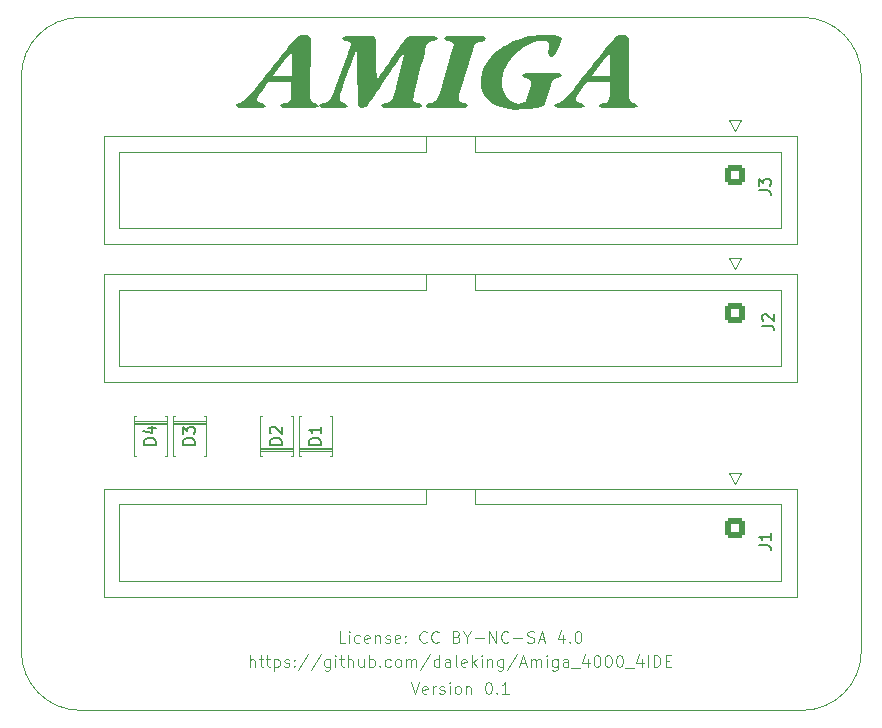
<source format=gbr>
G04 #@! TF.GenerationSoftware,KiCad,Pcbnew,8.0.4*
G04 #@! TF.CreationDate,2024-09-01T00:03:10+10:00*
G04 #@! TF.ProjectId,Amiga_4000_4IDE,416d6967-615f-4343-9030-305f34494445,rev?*
G04 #@! TF.SameCoordinates,Original*
G04 #@! TF.FileFunction,Legend,Top*
G04 #@! TF.FilePolarity,Positive*
%FSLAX46Y46*%
G04 Gerber Fmt 4.6, Leading zero omitted, Abs format (unit mm)*
G04 Created by KiCad (PCBNEW 8.0.4) date 2024-09-01 00:03:10*
%MOMM*%
%LPD*%
G01*
G04 APERTURE LIST*
G04 Aperture macros list*
%AMRoundRect*
0 Rectangle with rounded corners*
0 $1 Rounding radius*
0 $2 $3 $4 $5 $6 $7 $8 $9 X,Y pos of 4 corners*
0 Add a 4 corners polygon primitive as box body*
4,1,4,$2,$3,$4,$5,$6,$7,$8,$9,$2,$3,0*
0 Add four circle primitives for the rounded corners*
1,1,$1+$1,$2,$3*
1,1,$1+$1,$4,$5*
1,1,$1+$1,$6,$7*
1,1,$1+$1,$8,$9*
0 Add four rect primitives between the rounded corners*
20,1,$1+$1,$2,$3,$4,$5,0*
20,1,$1+$1,$4,$5,$6,$7,0*
20,1,$1+$1,$6,$7,$8,$9,0*
20,1,$1+$1,$8,$9,$2,$3,0*%
G04 Aperture macros list end*
%ADD10C,0.100000*%
%ADD11C,1.400000*%
%ADD12C,0.150000*%
%ADD13C,0.120000*%
%ADD14C,3.200000*%
%ADD15R,2.000000X2.000000*%
%ADD16O,2.000000X2.000000*%
%ADD17RoundRect,0.250000X-0.600000X0.600000X-0.600000X-0.600000X0.600000X-0.600000X0.600000X0.600000X0*%
%ADD18C,1.700000*%
G04 #@! TA.AperFunction,Profile*
%ADD19C,0.050000*%
G04 #@! TD*
G04 APERTURE END LIST*
D10*
X120135312Y-106806419D02*
X119659122Y-106806419D01*
X119659122Y-106806419D02*
X119659122Y-105806419D01*
X120468646Y-106806419D02*
X120468646Y-106139752D01*
X120468646Y-105806419D02*
X120421027Y-105854038D01*
X120421027Y-105854038D02*
X120468646Y-105901657D01*
X120468646Y-105901657D02*
X120516265Y-105854038D01*
X120516265Y-105854038D02*
X120468646Y-105806419D01*
X120468646Y-105806419D02*
X120468646Y-105901657D01*
X121373407Y-106758800D02*
X121278169Y-106806419D01*
X121278169Y-106806419D02*
X121087693Y-106806419D01*
X121087693Y-106806419D02*
X120992455Y-106758800D01*
X120992455Y-106758800D02*
X120944836Y-106711180D01*
X120944836Y-106711180D02*
X120897217Y-106615942D01*
X120897217Y-106615942D02*
X120897217Y-106330228D01*
X120897217Y-106330228D02*
X120944836Y-106234990D01*
X120944836Y-106234990D02*
X120992455Y-106187371D01*
X120992455Y-106187371D02*
X121087693Y-106139752D01*
X121087693Y-106139752D02*
X121278169Y-106139752D01*
X121278169Y-106139752D02*
X121373407Y-106187371D01*
X122182931Y-106758800D02*
X122087693Y-106806419D01*
X122087693Y-106806419D02*
X121897217Y-106806419D01*
X121897217Y-106806419D02*
X121801979Y-106758800D01*
X121801979Y-106758800D02*
X121754360Y-106663561D01*
X121754360Y-106663561D02*
X121754360Y-106282609D01*
X121754360Y-106282609D02*
X121801979Y-106187371D01*
X121801979Y-106187371D02*
X121897217Y-106139752D01*
X121897217Y-106139752D02*
X122087693Y-106139752D01*
X122087693Y-106139752D02*
X122182931Y-106187371D01*
X122182931Y-106187371D02*
X122230550Y-106282609D01*
X122230550Y-106282609D02*
X122230550Y-106377847D01*
X122230550Y-106377847D02*
X121754360Y-106473085D01*
X122659122Y-106139752D02*
X122659122Y-106806419D01*
X122659122Y-106234990D02*
X122706741Y-106187371D01*
X122706741Y-106187371D02*
X122801979Y-106139752D01*
X122801979Y-106139752D02*
X122944836Y-106139752D01*
X122944836Y-106139752D02*
X123040074Y-106187371D01*
X123040074Y-106187371D02*
X123087693Y-106282609D01*
X123087693Y-106282609D02*
X123087693Y-106806419D01*
X123516265Y-106758800D02*
X123611503Y-106806419D01*
X123611503Y-106806419D02*
X123801979Y-106806419D01*
X123801979Y-106806419D02*
X123897217Y-106758800D01*
X123897217Y-106758800D02*
X123944836Y-106663561D01*
X123944836Y-106663561D02*
X123944836Y-106615942D01*
X123944836Y-106615942D02*
X123897217Y-106520704D01*
X123897217Y-106520704D02*
X123801979Y-106473085D01*
X123801979Y-106473085D02*
X123659122Y-106473085D01*
X123659122Y-106473085D02*
X123563884Y-106425466D01*
X123563884Y-106425466D02*
X123516265Y-106330228D01*
X123516265Y-106330228D02*
X123516265Y-106282609D01*
X123516265Y-106282609D02*
X123563884Y-106187371D01*
X123563884Y-106187371D02*
X123659122Y-106139752D01*
X123659122Y-106139752D02*
X123801979Y-106139752D01*
X123801979Y-106139752D02*
X123897217Y-106187371D01*
X124754360Y-106758800D02*
X124659122Y-106806419D01*
X124659122Y-106806419D02*
X124468646Y-106806419D01*
X124468646Y-106806419D02*
X124373408Y-106758800D01*
X124373408Y-106758800D02*
X124325789Y-106663561D01*
X124325789Y-106663561D02*
X124325789Y-106282609D01*
X124325789Y-106282609D02*
X124373408Y-106187371D01*
X124373408Y-106187371D02*
X124468646Y-106139752D01*
X124468646Y-106139752D02*
X124659122Y-106139752D01*
X124659122Y-106139752D02*
X124754360Y-106187371D01*
X124754360Y-106187371D02*
X124801979Y-106282609D01*
X124801979Y-106282609D02*
X124801979Y-106377847D01*
X124801979Y-106377847D02*
X124325789Y-106473085D01*
X125230551Y-106711180D02*
X125278170Y-106758800D01*
X125278170Y-106758800D02*
X125230551Y-106806419D01*
X125230551Y-106806419D02*
X125182932Y-106758800D01*
X125182932Y-106758800D02*
X125230551Y-106711180D01*
X125230551Y-106711180D02*
X125230551Y-106806419D01*
X125230551Y-106187371D02*
X125278170Y-106234990D01*
X125278170Y-106234990D02*
X125230551Y-106282609D01*
X125230551Y-106282609D02*
X125182932Y-106234990D01*
X125182932Y-106234990D02*
X125230551Y-106187371D01*
X125230551Y-106187371D02*
X125230551Y-106282609D01*
X127040074Y-106711180D02*
X126992455Y-106758800D01*
X126992455Y-106758800D02*
X126849598Y-106806419D01*
X126849598Y-106806419D02*
X126754360Y-106806419D01*
X126754360Y-106806419D02*
X126611503Y-106758800D01*
X126611503Y-106758800D02*
X126516265Y-106663561D01*
X126516265Y-106663561D02*
X126468646Y-106568323D01*
X126468646Y-106568323D02*
X126421027Y-106377847D01*
X126421027Y-106377847D02*
X126421027Y-106234990D01*
X126421027Y-106234990D02*
X126468646Y-106044514D01*
X126468646Y-106044514D02*
X126516265Y-105949276D01*
X126516265Y-105949276D02*
X126611503Y-105854038D01*
X126611503Y-105854038D02*
X126754360Y-105806419D01*
X126754360Y-105806419D02*
X126849598Y-105806419D01*
X126849598Y-105806419D02*
X126992455Y-105854038D01*
X126992455Y-105854038D02*
X127040074Y-105901657D01*
X128040074Y-106711180D02*
X127992455Y-106758800D01*
X127992455Y-106758800D02*
X127849598Y-106806419D01*
X127849598Y-106806419D02*
X127754360Y-106806419D01*
X127754360Y-106806419D02*
X127611503Y-106758800D01*
X127611503Y-106758800D02*
X127516265Y-106663561D01*
X127516265Y-106663561D02*
X127468646Y-106568323D01*
X127468646Y-106568323D02*
X127421027Y-106377847D01*
X127421027Y-106377847D02*
X127421027Y-106234990D01*
X127421027Y-106234990D02*
X127468646Y-106044514D01*
X127468646Y-106044514D02*
X127516265Y-105949276D01*
X127516265Y-105949276D02*
X127611503Y-105854038D01*
X127611503Y-105854038D02*
X127754360Y-105806419D01*
X127754360Y-105806419D02*
X127849598Y-105806419D01*
X127849598Y-105806419D02*
X127992455Y-105854038D01*
X127992455Y-105854038D02*
X128040074Y-105901657D01*
X129563884Y-106282609D02*
X129706741Y-106330228D01*
X129706741Y-106330228D02*
X129754360Y-106377847D01*
X129754360Y-106377847D02*
X129801979Y-106473085D01*
X129801979Y-106473085D02*
X129801979Y-106615942D01*
X129801979Y-106615942D02*
X129754360Y-106711180D01*
X129754360Y-106711180D02*
X129706741Y-106758800D01*
X129706741Y-106758800D02*
X129611503Y-106806419D01*
X129611503Y-106806419D02*
X129230551Y-106806419D01*
X129230551Y-106806419D02*
X129230551Y-105806419D01*
X129230551Y-105806419D02*
X129563884Y-105806419D01*
X129563884Y-105806419D02*
X129659122Y-105854038D01*
X129659122Y-105854038D02*
X129706741Y-105901657D01*
X129706741Y-105901657D02*
X129754360Y-105996895D01*
X129754360Y-105996895D02*
X129754360Y-106092133D01*
X129754360Y-106092133D02*
X129706741Y-106187371D01*
X129706741Y-106187371D02*
X129659122Y-106234990D01*
X129659122Y-106234990D02*
X129563884Y-106282609D01*
X129563884Y-106282609D02*
X129230551Y-106282609D01*
X130421027Y-106330228D02*
X130421027Y-106806419D01*
X130087694Y-105806419D02*
X130421027Y-106330228D01*
X130421027Y-106330228D02*
X130754360Y-105806419D01*
X131087694Y-106425466D02*
X131849599Y-106425466D01*
X132325789Y-106806419D02*
X132325789Y-105806419D01*
X132325789Y-105806419D02*
X132897217Y-106806419D01*
X132897217Y-106806419D02*
X132897217Y-105806419D01*
X133944836Y-106711180D02*
X133897217Y-106758800D01*
X133897217Y-106758800D02*
X133754360Y-106806419D01*
X133754360Y-106806419D02*
X133659122Y-106806419D01*
X133659122Y-106806419D02*
X133516265Y-106758800D01*
X133516265Y-106758800D02*
X133421027Y-106663561D01*
X133421027Y-106663561D02*
X133373408Y-106568323D01*
X133373408Y-106568323D02*
X133325789Y-106377847D01*
X133325789Y-106377847D02*
X133325789Y-106234990D01*
X133325789Y-106234990D02*
X133373408Y-106044514D01*
X133373408Y-106044514D02*
X133421027Y-105949276D01*
X133421027Y-105949276D02*
X133516265Y-105854038D01*
X133516265Y-105854038D02*
X133659122Y-105806419D01*
X133659122Y-105806419D02*
X133754360Y-105806419D01*
X133754360Y-105806419D02*
X133897217Y-105854038D01*
X133897217Y-105854038D02*
X133944836Y-105901657D01*
X134373408Y-106425466D02*
X135135313Y-106425466D01*
X135563884Y-106758800D02*
X135706741Y-106806419D01*
X135706741Y-106806419D02*
X135944836Y-106806419D01*
X135944836Y-106806419D02*
X136040074Y-106758800D01*
X136040074Y-106758800D02*
X136087693Y-106711180D01*
X136087693Y-106711180D02*
X136135312Y-106615942D01*
X136135312Y-106615942D02*
X136135312Y-106520704D01*
X136135312Y-106520704D02*
X136087693Y-106425466D01*
X136087693Y-106425466D02*
X136040074Y-106377847D01*
X136040074Y-106377847D02*
X135944836Y-106330228D01*
X135944836Y-106330228D02*
X135754360Y-106282609D01*
X135754360Y-106282609D02*
X135659122Y-106234990D01*
X135659122Y-106234990D02*
X135611503Y-106187371D01*
X135611503Y-106187371D02*
X135563884Y-106092133D01*
X135563884Y-106092133D02*
X135563884Y-105996895D01*
X135563884Y-105996895D02*
X135611503Y-105901657D01*
X135611503Y-105901657D02*
X135659122Y-105854038D01*
X135659122Y-105854038D02*
X135754360Y-105806419D01*
X135754360Y-105806419D02*
X135992455Y-105806419D01*
X135992455Y-105806419D02*
X136135312Y-105854038D01*
X136516265Y-106520704D02*
X136992455Y-106520704D01*
X136421027Y-106806419D02*
X136754360Y-105806419D01*
X136754360Y-105806419D02*
X137087693Y-106806419D01*
X138611503Y-106139752D02*
X138611503Y-106806419D01*
X138373408Y-105758800D02*
X138135313Y-106473085D01*
X138135313Y-106473085D02*
X138754360Y-106473085D01*
X139135313Y-106711180D02*
X139182932Y-106758800D01*
X139182932Y-106758800D02*
X139135313Y-106806419D01*
X139135313Y-106806419D02*
X139087694Y-106758800D01*
X139087694Y-106758800D02*
X139135313Y-106711180D01*
X139135313Y-106711180D02*
X139135313Y-106806419D01*
X139801979Y-105806419D02*
X139897217Y-105806419D01*
X139897217Y-105806419D02*
X139992455Y-105854038D01*
X139992455Y-105854038D02*
X140040074Y-105901657D01*
X140040074Y-105901657D02*
X140087693Y-105996895D01*
X140087693Y-105996895D02*
X140135312Y-106187371D01*
X140135312Y-106187371D02*
X140135312Y-106425466D01*
X140135312Y-106425466D02*
X140087693Y-106615942D01*
X140087693Y-106615942D02*
X140040074Y-106711180D01*
X140040074Y-106711180D02*
X139992455Y-106758800D01*
X139992455Y-106758800D02*
X139897217Y-106806419D01*
X139897217Y-106806419D02*
X139801979Y-106806419D01*
X139801979Y-106806419D02*
X139706741Y-106758800D01*
X139706741Y-106758800D02*
X139659122Y-106711180D01*
X139659122Y-106711180D02*
X139611503Y-106615942D01*
X139611503Y-106615942D02*
X139563884Y-106425466D01*
X139563884Y-106425466D02*
X139563884Y-106187371D01*
X139563884Y-106187371D02*
X139611503Y-105996895D01*
X139611503Y-105996895D02*
X139659122Y-105901657D01*
X139659122Y-105901657D02*
X139706741Y-105854038D01*
X139706741Y-105854038D02*
X139801979Y-105806419D01*
X125682932Y-110124419D02*
X126016265Y-111124419D01*
X126016265Y-111124419D02*
X126349598Y-110124419D01*
X127063884Y-111076800D02*
X126968646Y-111124419D01*
X126968646Y-111124419D02*
X126778170Y-111124419D01*
X126778170Y-111124419D02*
X126682932Y-111076800D01*
X126682932Y-111076800D02*
X126635313Y-110981561D01*
X126635313Y-110981561D02*
X126635313Y-110600609D01*
X126635313Y-110600609D02*
X126682932Y-110505371D01*
X126682932Y-110505371D02*
X126778170Y-110457752D01*
X126778170Y-110457752D02*
X126968646Y-110457752D01*
X126968646Y-110457752D02*
X127063884Y-110505371D01*
X127063884Y-110505371D02*
X127111503Y-110600609D01*
X127111503Y-110600609D02*
X127111503Y-110695847D01*
X127111503Y-110695847D02*
X126635313Y-110791085D01*
X127540075Y-111124419D02*
X127540075Y-110457752D01*
X127540075Y-110648228D02*
X127587694Y-110552990D01*
X127587694Y-110552990D02*
X127635313Y-110505371D01*
X127635313Y-110505371D02*
X127730551Y-110457752D01*
X127730551Y-110457752D02*
X127825789Y-110457752D01*
X128111504Y-111076800D02*
X128206742Y-111124419D01*
X128206742Y-111124419D02*
X128397218Y-111124419D01*
X128397218Y-111124419D02*
X128492456Y-111076800D01*
X128492456Y-111076800D02*
X128540075Y-110981561D01*
X128540075Y-110981561D02*
X128540075Y-110933942D01*
X128540075Y-110933942D02*
X128492456Y-110838704D01*
X128492456Y-110838704D02*
X128397218Y-110791085D01*
X128397218Y-110791085D02*
X128254361Y-110791085D01*
X128254361Y-110791085D02*
X128159123Y-110743466D01*
X128159123Y-110743466D02*
X128111504Y-110648228D01*
X128111504Y-110648228D02*
X128111504Y-110600609D01*
X128111504Y-110600609D02*
X128159123Y-110505371D01*
X128159123Y-110505371D02*
X128254361Y-110457752D01*
X128254361Y-110457752D02*
X128397218Y-110457752D01*
X128397218Y-110457752D02*
X128492456Y-110505371D01*
X128968647Y-111124419D02*
X128968647Y-110457752D01*
X128968647Y-110124419D02*
X128921028Y-110172038D01*
X128921028Y-110172038D02*
X128968647Y-110219657D01*
X128968647Y-110219657D02*
X129016266Y-110172038D01*
X129016266Y-110172038D02*
X128968647Y-110124419D01*
X128968647Y-110124419D02*
X128968647Y-110219657D01*
X129587694Y-111124419D02*
X129492456Y-111076800D01*
X129492456Y-111076800D02*
X129444837Y-111029180D01*
X129444837Y-111029180D02*
X129397218Y-110933942D01*
X129397218Y-110933942D02*
X129397218Y-110648228D01*
X129397218Y-110648228D02*
X129444837Y-110552990D01*
X129444837Y-110552990D02*
X129492456Y-110505371D01*
X129492456Y-110505371D02*
X129587694Y-110457752D01*
X129587694Y-110457752D02*
X129730551Y-110457752D01*
X129730551Y-110457752D02*
X129825789Y-110505371D01*
X129825789Y-110505371D02*
X129873408Y-110552990D01*
X129873408Y-110552990D02*
X129921027Y-110648228D01*
X129921027Y-110648228D02*
X129921027Y-110933942D01*
X129921027Y-110933942D02*
X129873408Y-111029180D01*
X129873408Y-111029180D02*
X129825789Y-111076800D01*
X129825789Y-111076800D02*
X129730551Y-111124419D01*
X129730551Y-111124419D02*
X129587694Y-111124419D01*
X130349599Y-110457752D02*
X130349599Y-111124419D01*
X130349599Y-110552990D02*
X130397218Y-110505371D01*
X130397218Y-110505371D02*
X130492456Y-110457752D01*
X130492456Y-110457752D02*
X130635313Y-110457752D01*
X130635313Y-110457752D02*
X130730551Y-110505371D01*
X130730551Y-110505371D02*
X130778170Y-110600609D01*
X130778170Y-110600609D02*
X130778170Y-111124419D01*
X132206742Y-110124419D02*
X132301980Y-110124419D01*
X132301980Y-110124419D02*
X132397218Y-110172038D01*
X132397218Y-110172038D02*
X132444837Y-110219657D01*
X132444837Y-110219657D02*
X132492456Y-110314895D01*
X132492456Y-110314895D02*
X132540075Y-110505371D01*
X132540075Y-110505371D02*
X132540075Y-110743466D01*
X132540075Y-110743466D02*
X132492456Y-110933942D01*
X132492456Y-110933942D02*
X132444837Y-111029180D01*
X132444837Y-111029180D02*
X132397218Y-111076800D01*
X132397218Y-111076800D02*
X132301980Y-111124419D01*
X132301980Y-111124419D02*
X132206742Y-111124419D01*
X132206742Y-111124419D02*
X132111504Y-111076800D01*
X132111504Y-111076800D02*
X132063885Y-111029180D01*
X132063885Y-111029180D02*
X132016266Y-110933942D01*
X132016266Y-110933942D02*
X131968647Y-110743466D01*
X131968647Y-110743466D02*
X131968647Y-110505371D01*
X131968647Y-110505371D02*
X132016266Y-110314895D01*
X132016266Y-110314895D02*
X132063885Y-110219657D01*
X132063885Y-110219657D02*
X132111504Y-110172038D01*
X132111504Y-110172038D02*
X132206742Y-110124419D01*
X132968647Y-111029180D02*
X133016266Y-111076800D01*
X133016266Y-111076800D02*
X132968647Y-111124419D01*
X132968647Y-111124419D02*
X132921028Y-111076800D01*
X132921028Y-111076800D02*
X132968647Y-111029180D01*
X132968647Y-111029180D02*
X132968647Y-111124419D01*
X133968646Y-111124419D02*
X133397218Y-111124419D01*
X133682932Y-111124419D02*
X133682932Y-110124419D01*
X133682932Y-110124419D02*
X133587694Y-110267276D01*
X133587694Y-110267276D02*
X133492456Y-110362514D01*
X133492456Y-110362514D02*
X133397218Y-110410133D01*
D11*
G36*
X116957654Y-55321981D02*
G01*
X117209558Y-55574309D01*
X117212694Y-55847725D01*
X117212102Y-56219542D01*
X117208653Y-56667708D01*
X117203217Y-57170170D01*
X117198920Y-57524419D01*
X117194385Y-57886464D01*
X117189870Y-58249772D01*
X117185633Y-58607807D01*
X117181932Y-58954037D01*
X117177949Y-59436952D01*
X117176623Y-59856550D01*
X117180494Y-60279403D01*
X117182999Y-60522141D01*
X117240764Y-60899283D01*
X117532692Y-61077833D01*
X117643392Y-61098977D01*
X117924213Y-61313772D01*
X117860642Y-61471888D01*
X117522434Y-61548001D01*
X117319598Y-61543388D01*
X116962721Y-61529194D01*
X116595108Y-61516264D01*
X116219642Y-61510387D01*
X116037863Y-61511317D01*
X115675786Y-61519111D01*
X115317969Y-61534421D01*
X114954464Y-61548001D01*
X114874034Y-61546648D01*
X114592008Y-61342837D01*
X114720521Y-61149056D01*
X115072434Y-61098349D01*
X115289886Y-61063835D01*
X115528547Y-60798304D01*
X115571666Y-60428147D01*
X115576211Y-60096356D01*
X115574052Y-59726095D01*
X115571666Y-59359585D01*
X113701254Y-59359585D01*
X113543962Y-59429682D01*
X113331845Y-59712604D01*
X113131619Y-59995435D01*
X112926760Y-60289661D01*
X112822143Y-60452214D01*
X112701080Y-60788894D01*
X112785019Y-60983880D01*
X113121666Y-61098349D01*
X113186675Y-61109957D01*
X113446509Y-61332578D01*
X113397518Y-61464287D01*
X113053278Y-61548001D01*
X112740463Y-61539277D01*
X112394497Y-61520665D01*
X112044555Y-61510387D01*
X111872842Y-61513858D01*
X111505242Y-61534421D01*
X111162350Y-61548001D01*
X110868281Y-61342837D01*
X110922001Y-61210690D01*
X111240996Y-61077833D01*
X111498226Y-60965474D01*
X111771268Y-60737191D01*
X112023751Y-60453295D01*
X112270235Y-60149466D01*
X112490693Y-59874636D01*
X112711067Y-59599514D01*
X112931517Y-59323965D01*
X113152200Y-59047858D01*
X113310151Y-58850094D01*
X113964548Y-58850094D01*
X115592182Y-58850094D01*
X115610989Y-56803583D01*
X115592182Y-56793325D01*
X115491181Y-56922944D01*
X115238438Y-57245407D01*
X114985226Y-57566266D01*
X114731387Y-57886343D01*
X114476765Y-58206458D01*
X114221204Y-58527435D01*
X113964548Y-58850094D01*
X113310151Y-58850094D01*
X113373274Y-58771060D01*
X113594896Y-58493438D01*
X113817224Y-58214859D01*
X114040416Y-57935191D01*
X114264630Y-57654300D01*
X114490024Y-57372055D01*
X114716755Y-57088322D01*
X114944981Y-56802969D01*
X115174860Y-56515862D01*
X115406550Y-56226870D01*
X115640208Y-55935859D01*
X115875993Y-55642697D01*
X116103126Y-55439685D01*
X116433710Y-55331808D01*
X116787263Y-55311015D01*
X116957654Y-55321981D01*
G37*
G36*
X119845916Y-55656375D02*
G01*
X120122510Y-55860186D01*
X120179307Y-55861539D01*
X120521160Y-55947933D01*
X120599893Y-56126542D01*
X120512372Y-56462060D01*
X120492182Y-56516354D01*
X120370483Y-56854400D01*
X120247804Y-57192489D01*
X120124245Y-57530663D01*
X119999909Y-57868963D01*
X119874897Y-58207433D01*
X119749309Y-58546113D01*
X119623249Y-58885048D01*
X119496816Y-59224278D01*
X119370113Y-59563846D01*
X119243242Y-59903795D01*
X119158616Y-60130659D01*
X119028283Y-60478230D01*
X118868482Y-60804938D01*
X118587058Y-61047832D01*
X118315734Y-61108608D01*
X117975573Y-61204923D01*
X117913955Y-61363353D01*
X118209881Y-61547154D01*
X118247346Y-61548001D01*
X118601682Y-61529194D01*
X118954387Y-61512003D01*
X119081680Y-61510387D01*
X119432623Y-61519111D01*
X119796013Y-61539277D01*
X120001498Y-61548001D01*
X120327542Y-61433670D01*
X120355406Y-61324030D01*
X120077083Y-61115971D01*
X120011757Y-61108608D01*
X119712342Y-60941189D01*
X119668107Y-60727345D01*
X119724363Y-60351190D01*
X119824816Y-59983728D01*
X119941739Y-59624841D01*
X120022015Y-59398908D01*
X120150757Y-59051231D01*
X120280340Y-58704396D01*
X120410484Y-58358281D01*
X120540909Y-58012768D01*
X120671334Y-57667736D01*
X120801478Y-57323065D01*
X120931061Y-56978634D01*
X121059803Y-56634323D01*
X121080319Y-56634323D01*
X121093641Y-56989378D01*
X121103143Y-57342179D01*
X121116026Y-57696482D01*
X121119642Y-57767854D01*
X121130542Y-58168495D01*
X121141441Y-58567753D01*
X121152340Y-58965689D01*
X121163240Y-59362363D01*
X121174139Y-59757834D01*
X121185038Y-60152164D01*
X121195938Y-60545412D01*
X121206837Y-60937638D01*
X121229135Y-61297288D01*
X121491354Y-61543290D01*
X121579551Y-61548001D01*
X121912980Y-61450508D01*
X122080494Y-61243674D01*
X122273572Y-60955579D01*
X122466826Y-60667659D01*
X122660230Y-60379889D01*
X122853759Y-60092244D01*
X123047388Y-59804700D01*
X123241093Y-59517231D01*
X123434847Y-59229812D01*
X123628627Y-58942418D01*
X123822406Y-58655024D01*
X124016161Y-58367605D01*
X124209866Y-58080135D01*
X124403495Y-57792591D01*
X124597024Y-57504947D01*
X124790428Y-57217177D01*
X124983682Y-56929257D01*
X125176760Y-56641162D01*
X125205825Y-56649710D01*
X125117787Y-56997313D01*
X125029675Y-57345674D01*
X124941507Y-57694649D01*
X124853300Y-58044094D01*
X124765070Y-58393866D01*
X124676834Y-58743822D01*
X124588610Y-59093817D01*
X124500414Y-59443707D01*
X124412262Y-59793350D01*
X124324173Y-60142601D01*
X124265490Y-60375146D01*
X124163075Y-60704361D01*
X123956392Y-60980871D01*
X123585177Y-61093364D01*
X123480738Y-61098349D01*
X123165514Y-61251952D01*
X123147346Y-61342837D01*
X123443202Y-61543436D01*
X123608965Y-61548001D01*
X123970839Y-61534421D01*
X124330048Y-61519111D01*
X124691636Y-61510810D01*
X124785239Y-61510387D01*
X125147558Y-61513858D01*
X125531439Y-61523966D01*
X125904895Y-61537722D01*
X126248692Y-61547893D01*
X126274387Y-61548001D01*
X126608808Y-61468554D01*
X126676167Y-61303513D01*
X126391808Y-61111676D01*
X126294904Y-61108608D01*
X125956479Y-61006889D01*
X125882866Y-60835056D01*
X125939847Y-60497497D01*
X125970061Y-60364888D01*
X126060865Y-60010508D01*
X126150666Y-59656178D01*
X126239634Y-59301950D01*
X126327936Y-58947874D01*
X126415742Y-58594001D01*
X126503222Y-58240381D01*
X126590544Y-57887066D01*
X126677877Y-57534106D01*
X126765390Y-57181551D01*
X126853253Y-56829453D01*
X126912106Y-56595000D01*
X127010170Y-56262091D01*
X127210804Y-55960765D01*
X127558263Y-55873930D01*
X127597695Y-55871797D01*
X127915527Y-55742424D01*
X127949893Y-55627310D01*
X127658153Y-55423715D01*
X127568630Y-55420436D01*
X127209704Y-55430173D01*
X126842713Y-55444073D01*
X126489810Y-55451211D01*
X126125973Y-55444073D01*
X125763721Y-55425244D01*
X125578540Y-55420436D01*
X125265050Y-55571821D01*
X125087856Y-55832474D01*
X124875546Y-56138032D01*
X124662797Y-56443991D01*
X124449709Y-56750299D01*
X124236385Y-57056906D01*
X124022926Y-57363761D01*
X123809433Y-57670813D01*
X123596007Y-57978011D01*
X123382751Y-58285305D01*
X123169765Y-58592645D01*
X122957151Y-58899978D01*
X122815665Y-59104839D01*
X122795148Y-59104839D01*
X122784245Y-58698375D01*
X122773323Y-58292011D01*
X122762360Y-57885847D01*
X122751337Y-57479983D01*
X122740234Y-57074521D01*
X122729031Y-56669559D01*
X122717707Y-56265198D01*
X122706244Y-55861539D01*
X122688292Y-55516607D01*
X122501080Y-55420436D01*
X122125681Y-55431546D01*
X121744606Y-55445277D01*
X121364129Y-55451211D01*
X121019438Y-55446402D01*
X120663575Y-55432953D01*
X120300876Y-55420524D01*
X120276760Y-55420436D01*
X119933816Y-55484218D01*
X119845916Y-55646116D01*
X119845916Y-55656375D01*
G37*
G36*
X129741659Y-60766668D02*
G01*
X129807487Y-60411065D01*
X129880145Y-60151176D01*
X130917933Y-56624065D01*
X131027968Y-56283006D01*
X131213307Y-55992361D01*
X131574457Y-55892313D01*
X131926133Y-55839034D01*
X132083948Y-55627310D01*
X131810528Y-55421800D01*
X131750556Y-55420436D01*
X131381717Y-55429556D01*
X131002964Y-55445563D01*
X130653268Y-55456130D01*
X130300731Y-55459759D01*
X129935356Y-55454937D01*
X129587070Y-55441938D01*
X129227231Y-55425258D01*
X129006488Y-55420436D01*
X128660048Y-55460704D01*
X128496997Y-55666633D01*
X128767243Y-55883565D01*
X128830389Y-55882055D01*
X129185894Y-55926854D01*
X129310815Y-56126542D01*
X129243941Y-56471649D01*
X129213362Y-56576193D01*
X128134541Y-60219564D01*
X128027413Y-60565770D01*
X127869264Y-60882597D01*
X127547975Y-61051571D01*
X127478016Y-61059026D01*
X127131381Y-61096593D01*
X126900138Y-61332578D01*
X127182671Y-61542424D01*
X127283110Y-61548001D01*
X127625211Y-61539277D01*
X127987357Y-61523966D01*
X128338045Y-61512855D01*
X128565385Y-61510387D01*
X128955387Y-61513858D01*
X129339777Y-61523966D01*
X129693328Y-61537722D01*
X130045986Y-61548001D01*
X130401720Y-61494677D01*
X130526411Y-61293255D01*
X130244160Y-61088913D01*
X130193020Y-61088091D01*
X129855664Y-61004952D01*
X129741659Y-60775216D01*
X129741659Y-60766668D01*
G37*
G36*
X131600103Y-59294616D02*
G01*
X131637022Y-59683733D01*
X131734642Y-60051323D01*
X131880865Y-60379658D01*
X132100671Y-60706882D01*
X132338700Y-60954554D01*
X132639600Y-61178705D01*
X132944503Y-61339066D01*
X133284995Y-61467668D01*
X133659524Y-61563767D01*
X134066532Y-61626620D01*
X134429395Y-61653064D01*
X134657046Y-61657421D01*
X135049316Y-61644011D01*
X135433464Y-61613398D01*
X135825651Y-61569439D01*
X136197099Y-61516216D01*
X136342810Y-61491580D01*
X136703836Y-61421700D01*
X137019713Y-61270041D01*
X137069433Y-61178705D01*
X137519084Y-59597233D01*
X137635841Y-59263070D01*
X137896594Y-59034977D01*
X138049091Y-59002257D01*
X138399579Y-58928954D01*
X138529517Y-58738964D01*
X138247490Y-58535152D01*
X138167060Y-58533800D01*
X137819392Y-58546881D01*
X137470137Y-58564388D01*
X137118168Y-58577253D01*
X136794171Y-58581671D01*
X136440948Y-58572441D01*
X136081919Y-58553271D01*
X135725070Y-58536941D01*
X135530703Y-58533800D01*
X135187509Y-58611628D01*
X135079342Y-58807352D01*
X135363962Y-59005109D01*
X135470863Y-59012516D01*
X135799151Y-59110359D01*
X135882901Y-59313423D01*
X135824771Y-59636556D01*
X135549510Y-60582020D01*
X135425126Y-60909769D01*
X135344346Y-61012864D01*
X135018747Y-61138510D01*
X134874178Y-61147931D01*
X134505914Y-61099084D01*
X134177659Y-60951499D01*
X133895360Y-60703611D01*
X133844939Y-60641860D01*
X133656203Y-60352738D01*
X133514886Y-60010188D01*
X133435136Y-59635434D01*
X133422643Y-59421134D01*
X133445373Y-59047140D01*
X133510559Y-58686951D01*
X133613692Y-58342670D01*
X133750264Y-58016402D01*
X133915768Y-57710248D01*
X134156464Y-57359050D01*
X134426518Y-57046677D01*
X134540787Y-56933520D01*
X134826367Y-56672290D01*
X135127374Y-56445241D01*
X135437277Y-56252572D01*
X135749545Y-56094485D01*
X136133253Y-55945811D01*
X136497693Y-55851876D01*
X136891624Y-55811957D01*
X137245807Y-55873029D01*
X137382308Y-56123123D01*
X137353243Y-56477672D01*
X137324345Y-56829204D01*
X137324178Y-56846326D01*
X137450040Y-57167160D01*
X137618247Y-57215621D01*
X137913413Y-57031797D01*
X138009768Y-56825809D01*
X138148344Y-56490835D01*
X138281959Y-56149428D01*
X138372224Y-55899152D01*
X138450870Y-55635858D01*
X138188583Y-55413921D01*
X138175609Y-55410178D01*
X137830184Y-55339041D01*
X137486009Y-55315043D01*
X137146369Y-55311015D01*
X136782798Y-55320736D01*
X136420210Y-55349468D01*
X136060219Y-55396571D01*
X135704441Y-55461402D01*
X135354490Y-55543318D01*
X135011979Y-55641677D01*
X134678524Y-55755836D01*
X134355738Y-55885154D01*
X134045237Y-56028987D01*
X133653135Y-56242235D01*
X133559419Y-56299222D01*
X133248365Y-56506890D01*
X132956410Y-56733669D01*
X132686066Y-56978114D01*
X132439843Y-57238779D01*
X132220250Y-57514219D01*
X132029799Y-57802988D01*
X131825534Y-58206251D01*
X131683489Y-58627216D01*
X131609616Y-59062455D01*
X131600103Y-59284358D01*
X131600103Y-59294616D01*
G37*
G36*
X143929880Y-55321981D02*
G01*
X144181785Y-55574309D01*
X144184920Y-55847725D01*
X144184328Y-56219542D01*
X144180879Y-56667708D01*
X144175443Y-57170170D01*
X144171146Y-57524419D01*
X144166611Y-57886464D01*
X144162096Y-58249772D01*
X144157859Y-58607807D01*
X144154158Y-58954037D01*
X144150175Y-59436952D01*
X144148849Y-59856550D01*
X144152720Y-60279403D01*
X144155225Y-60522141D01*
X144212990Y-60899283D01*
X144504918Y-61077833D01*
X144615618Y-61098977D01*
X144896439Y-61313772D01*
X144832868Y-61471888D01*
X144494660Y-61548001D01*
X144291824Y-61543388D01*
X143934947Y-61529194D01*
X143567334Y-61516264D01*
X143191868Y-61510387D01*
X143010089Y-61511317D01*
X142648012Y-61519111D01*
X142290195Y-61534421D01*
X141926690Y-61548001D01*
X141846260Y-61546648D01*
X141564234Y-61342837D01*
X141692747Y-61149056D01*
X142044660Y-61098349D01*
X142262112Y-61063835D01*
X142500773Y-60798304D01*
X142543892Y-60428147D01*
X142548438Y-60096356D01*
X142546278Y-59726095D01*
X142543892Y-59359585D01*
X140673480Y-59359585D01*
X140516188Y-59429682D01*
X140304072Y-59712604D01*
X140103846Y-59995435D01*
X139898986Y-60289661D01*
X139794369Y-60452214D01*
X139673306Y-60788894D01*
X139757245Y-60983880D01*
X140093892Y-61098349D01*
X140158901Y-61109957D01*
X140418735Y-61332578D01*
X140369744Y-61464287D01*
X140025504Y-61548001D01*
X139712689Y-61539277D01*
X139366724Y-61520665D01*
X139016781Y-61510387D01*
X138845068Y-61513858D01*
X138477468Y-61534421D01*
X138134576Y-61548001D01*
X137840508Y-61342837D01*
X137894227Y-61210690D01*
X138213222Y-61077833D01*
X138470452Y-60965474D01*
X138743494Y-60737191D01*
X138995977Y-60453295D01*
X139242461Y-60149466D01*
X139462919Y-59874636D01*
X139683294Y-59599514D01*
X139903743Y-59323965D01*
X140124426Y-59047858D01*
X140282377Y-58850094D01*
X140936774Y-58850094D01*
X142564408Y-58850094D01*
X142583215Y-56803583D01*
X142564408Y-56793325D01*
X142463408Y-56922944D01*
X142210664Y-57245407D01*
X141957452Y-57566266D01*
X141703613Y-57886343D01*
X141448991Y-58206458D01*
X141193430Y-58527435D01*
X140936774Y-58850094D01*
X140282377Y-58850094D01*
X140345500Y-58771060D01*
X140567122Y-58493438D01*
X140789450Y-58214859D01*
X141012642Y-57935191D01*
X141236856Y-57654300D01*
X141462250Y-57372055D01*
X141688981Y-57088322D01*
X141917207Y-56802969D01*
X142147086Y-56515862D01*
X142378776Y-56226870D01*
X142612434Y-55935859D01*
X142848219Y-55642697D01*
X143075352Y-55439685D01*
X143405936Y-55331808D01*
X143759489Y-55311015D01*
X143929880Y-55321981D01*
G37*
D10*
X112063884Y-108838419D02*
X112063884Y-107838419D01*
X112492455Y-108838419D02*
X112492455Y-108314609D01*
X112492455Y-108314609D02*
X112444836Y-108219371D01*
X112444836Y-108219371D02*
X112349598Y-108171752D01*
X112349598Y-108171752D02*
X112206741Y-108171752D01*
X112206741Y-108171752D02*
X112111503Y-108219371D01*
X112111503Y-108219371D02*
X112063884Y-108266990D01*
X112825789Y-108171752D02*
X113206741Y-108171752D01*
X112968646Y-107838419D02*
X112968646Y-108695561D01*
X112968646Y-108695561D02*
X113016265Y-108790800D01*
X113016265Y-108790800D02*
X113111503Y-108838419D01*
X113111503Y-108838419D02*
X113206741Y-108838419D01*
X113397218Y-108171752D02*
X113778170Y-108171752D01*
X113540075Y-107838419D02*
X113540075Y-108695561D01*
X113540075Y-108695561D02*
X113587694Y-108790800D01*
X113587694Y-108790800D02*
X113682932Y-108838419D01*
X113682932Y-108838419D02*
X113778170Y-108838419D01*
X114111504Y-108171752D02*
X114111504Y-109171752D01*
X114111504Y-108219371D02*
X114206742Y-108171752D01*
X114206742Y-108171752D02*
X114397218Y-108171752D01*
X114397218Y-108171752D02*
X114492456Y-108219371D01*
X114492456Y-108219371D02*
X114540075Y-108266990D01*
X114540075Y-108266990D02*
X114587694Y-108362228D01*
X114587694Y-108362228D02*
X114587694Y-108647942D01*
X114587694Y-108647942D02*
X114540075Y-108743180D01*
X114540075Y-108743180D02*
X114492456Y-108790800D01*
X114492456Y-108790800D02*
X114397218Y-108838419D01*
X114397218Y-108838419D02*
X114206742Y-108838419D01*
X114206742Y-108838419D02*
X114111504Y-108790800D01*
X114968647Y-108790800D02*
X115063885Y-108838419D01*
X115063885Y-108838419D02*
X115254361Y-108838419D01*
X115254361Y-108838419D02*
X115349599Y-108790800D01*
X115349599Y-108790800D02*
X115397218Y-108695561D01*
X115397218Y-108695561D02*
X115397218Y-108647942D01*
X115397218Y-108647942D02*
X115349599Y-108552704D01*
X115349599Y-108552704D02*
X115254361Y-108505085D01*
X115254361Y-108505085D02*
X115111504Y-108505085D01*
X115111504Y-108505085D02*
X115016266Y-108457466D01*
X115016266Y-108457466D02*
X114968647Y-108362228D01*
X114968647Y-108362228D02*
X114968647Y-108314609D01*
X114968647Y-108314609D02*
X115016266Y-108219371D01*
X115016266Y-108219371D02*
X115111504Y-108171752D01*
X115111504Y-108171752D02*
X115254361Y-108171752D01*
X115254361Y-108171752D02*
X115349599Y-108219371D01*
X115825790Y-108743180D02*
X115873409Y-108790800D01*
X115873409Y-108790800D02*
X115825790Y-108838419D01*
X115825790Y-108838419D02*
X115778171Y-108790800D01*
X115778171Y-108790800D02*
X115825790Y-108743180D01*
X115825790Y-108743180D02*
X115825790Y-108838419D01*
X115825790Y-108219371D02*
X115873409Y-108266990D01*
X115873409Y-108266990D02*
X115825790Y-108314609D01*
X115825790Y-108314609D02*
X115778171Y-108266990D01*
X115778171Y-108266990D02*
X115825790Y-108219371D01*
X115825790Y-108219371D02*
X115825790Y-108314609D01*
X117016265Y-107790800D02*
X116159123Y-109076514D01*
X118063884Y-107790800D02*
X117206742Y-109076514D01*
X118825789Y-108171752D02*
X118825789Y-108981276D01*
X118825789Y-108981276D02*
X118778170Y-109076514D01*
X118778170Y-109076514D02*
X118730551Y-109124133D01*
X118730551Y-109124133D02*
X118635313Y-109171752D01*
X118635313Y-109171752D02*
X118492456Y-109171752D01*
X118492456Y-109171752D02*
X118397218Y-109124133D01*
X118825789Y-108790800D02*
X118730551Y-108838419D01*
X118730551Y-108838419D02*
X118540075Y-108838419D01*
X118540075Y-108838419D02*
X118444837Y-108790800D01*
X118444837Y-108790800D02*
X118397218Y-108743180D01*
X118397218Y-108743180D02*
X118349599Y-108647942D01*
X118349599Y-108647942D02*
X118349599Y-108362228D01*
X118349599Y-108362228D02*
X118397218Y-108266990D01*
X118397218Y-108266990D02*
X118444837Y-108219371D01*
X118444837Y-108219371D02*
X118540075Y-108171752D01*
X118540075Y-108171752D02*
X118730551Y-108171752D01*
X118730551Y-108171752D02*
X118825789Y-108219371D01*
X119301980Y-108838419D02*
X119301980Y-108171752D01*
X119301980Y-107838419D02*
X119254361Y-107886038D01*
X119254361Y-107886038D02*
X119301980Y-107933657D01*
X119301980Y-107933657D02*
X119349599Y-107886038D01*
X119349599Y-107886038D02*
X119301980Y-107838419D01*
X119301980Y-107838419D02*
X119301980Y-107933657D01*
X119635313Y-108171752D02*
X120016265Y-108171752D01*
X119778170Y-107838419D02*
X119778170Y-108695561D01*
X119778170Y-108695561D02*
X119825789Y-108790800D01*
X119825789Y-108790800D02*
X119921027Y-108838419D01*
X119921027Y-108838419D02*
X120016265Y-108838419D01*
X120349599Y-108838419D02*
X120349599Y-107838419D01*
X120778170Y-108838419D02*
X120778170Y-108314609D01*
X120778170Y-108314609D02*
X120730551Y-108219371D01*
X120730551Y-108219371D02*
X120635313Y-108171752D01*
X120635313Y-108171752D02*
X120492456Y-108171752D01*
X120492456Y-108171752D02*
X120397218Y-108219371D01*
X120397218Y-108219371D02*
X120349599Y-108266990D01*
X121682932Y-108171752D02*
X121682932Y-108838419D01*
X121254361Y-108171752D02*
X121254361Y-108695561D01*
X121254361Y-108695561D02*
X121301980Y-108790800D01*
X121301980Y-108790800D02*
X121397218Y-108838419D01*
X121397218Y-108838419D02*
X121540075Y-108838419D01*
X121540075Y-108838419D02*
X121635313Y-108790800D01*
X121635313Y-108790800D02*
X121682932Y-108743180D01*
X122159123Y-108838419D02*
X122159123Y-107838419D01*
X122159123Y-108219371D02*
X122254361Y-108171752D01*
X122254361Y-108171752D02*
X122444837Y-108171752D01*
X122444837Y-108171752D02*
X122540075Y-108219371D01*
X122540075Y-108219371D02*
X122587694Y-108266990D01*
X122587694Y-108266990D02*
X122635313Y-108362228D01*
X122635313Y-108362228D02*
X122635313Y-108647942D01*
X122635313Y-108647942D02*
X122587694Y-108743180D01*
X122587694Y-108743180D02*
X122540075Y-108790800D01*
X122540075Y-108790800D02*
X122444837Y-108838419D01*
X122444837Y-108838419D02*
X122254361Y-108838419D01*
X122254361Y-108838419D02*
X122159123Y-108790800D01*
X123063885Y-108743180D02*
X123111504Y-108790800D01*
X123111504Y-108790800D02*
X123063885Y-108838419D01*
X123063885Y-108838419D02*
X123016266Y-108790800D01*
X123016266Y-108790800D02*
X123063885Y-108743180D01*
X123063885Y-108743180D02*
X123063885Y-108838419D01*
X123968646Y-108790800D02*
X123873408Y-108838419D01*
X123873408Y-108838419D02*
X123682932Y-108838419D01*
X123682932Y-108838419D02*
X123587694Y-108790800D01*
X123587694Y-108790800D02*
X123540075Y-108743180D01*
X123540075Y-108743180D02*
X123492456Y-108647942D01*
X123492456Y-108647942D02*
X123492456Y-108362228D01*
X123492456Y-108362228D02*
X123540075Y-108266990D01*
X123540075Y-108266990D02*
X123587694Y-108219371D01*
X123587694Y-108219371D02*
X123682932Y-108171752D01*
X123682932Y-108171752D02*
X123873408Y-108171752D01*
X123873408Y-108171752D02*
X123968646Y-108219371D01*
X124540075Y-108838419D02*
X124444837Y-108790800D01*
X124444837Y-108790800D02*
X124397218Y-108743180D01*
X124397218Y-108743180D02*
X124349599Y-108647942D01*
X124349599Y-108647942D02*
X124349599Y-108362228D01*
X124349599Y-108362228D02*
X124397218Y-108266990D01*
X124397218Y-108266990D02*
X124444837Y-108219371D01*
X124444837Y-108219371D02*
X124540075Y-108171752D01*
X124540075Y-108171752D02*
X124682932Y-108171752D01*
X124682932Y-108171752D02*
X124778170Y-108219371D01*
X124778170Y-108219371D02*
X124825789Y-108266990D01*
X124825789Y-108266990D02*
X124873408Y-108362228D01*
X124873408Y-108362228D02*
X124873408Y-108647942D01*
X124873408Y-108647942D02*
X124825789Y-108743180D01*
X124825789Y-108743180D02*
X124778170Y-108790800D01*
X124778170Y-108790800D02*
X124682932Y-108838419D01*
X124682932Y-108838419D02*
X124540075Y-108838419D01*
X125301980Y-108838419D02*
X125301980Y-108171752D01*
X125301980Y-108266990D02*
X125349599Y-108219371D01*
X125349599Y-108219371D02*
X125444837Y-108171752D01*
X125444837Y-108171752D02*
X125587694Y-108171752D01*
X125587694Y-108171752D02*
X125682932Y-108219371D01*
X125682932Y-108219371D02*
X125730551Y-108314609D01*
X125730551Y-108314609D02*
X125730551Y-108838419D01*
X125730551Y-108314609D02*
X125778170Y-108219371D01*
X125778170Y-108219371D02*
X125873408Y-108171752D01*
X125873408Y-108171752D02*
X126016265Y-108171752D01*
X126016265Y-108171752D02*
X126111504Y-108219371D01*
X126111504Y-108219371D02*
X126159123Y-108314609D01*
X126159123Y-108314609D02*
X126159123Y-108838419D01*
X127349598Y-107790800D02*
X126492456Y-109076514D01*
X128111503Y-108838419D02*
X128111503Y-107838419D01*
X128111503Y-108790800D02*
X128016265Y-108838419D01*
X128016265Y-108838419D02*
X127825789Y-108838419D01*
X127825789Y-108838419D02*
X127730551Y-108790800D01*
X127730551Y-108790800D02*
X127682932Y-108743180D01*
X127682932Y-108743180D02*
X127635313Y-108647942D01*
X127635313Y-108647942D02*
X127635313Y-108362228D01*
X127635313Y-108362228D02*
X127682932Y-108266990D01*
X127682932Y-108266990D02*
X127730551Y-108219371D01*
X127730551Y-108219371D02*
X127825789Y-108171752D01*
X127825789Y-108171752D02*
X128016265Y-108171752D01*
X128016265Y-108171752D02*
X128111503Y-108219371D01*
X129016265Y-108838419D02*
X129016265Y-108314609D01*
X129016265Y-108314609D02*
X128968646Y-108219371D01*
X128968646Y-108219371D02*
X128873408Y-108171752D01*
X128873408Y-108171752D02*
X128682932Y-108171752D01*
X128682932Y-108171752D02*
X128587694Y-108219371D01*
X129016265Y-108790800D02*
X128921027Y-108838419D01*
X128921027Y-108838419D02*
X128682932Y-108838419D01*
X128682932Y-108838419D02*
X128587694Y-108790800D01*
X128587694Y-108790800D02*
X128540075Y-108695561D01*
X128540075Y-108695561D02*
X128540075Y-108600323D01*
X128540075Y-108600323D02*
X128587694Y-108505085D01*
X128587694Y-108505085D02*
X128682932Y-108457466D01*
X128682932Y-108457466D02*
X128921027Y-108457466D01*
X128921027Y-108457466D02*
X129016265Y-108409847D01*
X129635313Y-108838419D02*
X129540075Y-108790800D01*
X129540075Y-108790800D02*
X129492456Y-108695561D01*
X129492456Y-108695561D02*
X129492456Y-107838419D01*
X130397218Y-108790800D02*
X130301980Y-108838419D01*
X130301980Y-108838419D02*
X130111504Y-108838419D01*
X130111504Y-108838419D02*
X130016266Y-108790800D01*
X130016266Y-108790800D02*
X129968647Y-108695561D01*
X129968647Y-108695561D02*
X129968647Y-108314609D01*
X129968647Y-108314609D02*
X130016266Y-108219371D01*
X130016266Y-108219371D02*
X130111504Y-108171752D01*
X130111504Y-108171752D02*
X130301980Y-108171752D01*
X130301980Y-108171752D02*
X130397218Y-108219371D01*
X130397218Y-108219371D02*
X130444837Y-108314609D01*
X130444837Y-108314609D02*
X130444837Y-108409847D01*
X130444837Y-108409847D02*
X129968647Y-108505085D01*
X130873409Y-108838419D02*
X130873409Y-107838419D01*
X130968647Y-108457466D02*
X131254361Y-108838419D01*
X131254361Y-108171752D02*
X130873409Y-108552704D01*
X131682933Y-108838419D02*
X131682933Y-108171752D01*
X131682933Y-107838419D02*
X131635314Y-107886038D01*
X131635314Y-107886038D02*
X131682933Y-107933657D01*
X131682933Y-107933657D02*
X131730552Y-107886038D01*
X131730552Y-107886038D02*
X131682933Y-107838419D01*
X131682933Y-107838419D02*
X131682933Y-107933657D01*
X132159123Y-108171752D02*
X132159123Y-108838419D01*
X132159123Y-108266990D02*
X132206742Y-108219371D01*
X132206742Y-108219371D02*
X132301980Y-108171752D01*
X132301980Y-108171752D02*
X132444837Y-108171752D01*
X132444837Y-108171752D02*
X132540075Y-108219371D01*
X132540075Y-108219371D02*
X132587694Y-108314609D01*
X132587694Y-108314609D02*
X132587694Y-108838419D01*
X133492456Y-108171752D02*
X133492456Y-108981276D01*
X133492456Y-108981276D02*
X133444837Y-109076514D01*
X133444837Y-109076514D02*
X133397218Y-109124133D01*
X133397218Y-109124133D02*
X133301980Y-109171752D01*
X133301980Y-109171752D02*
X133159123Y-109171752D01*
X133159123Y-109171752D02*
X133063885Y-109124133D01*
X133492456Y-108790800D02*
X133397218Y-108838419D01*
X133397218Y-108838419D02*
X133206742Y-108838419D01*
X133206742Y-108838419D02*
X133111504Y-108790800D01*
X133111504Y-108790800D02*
X133063885Y-108743180D01*
X133063885Y-108743180D02*
X133016266Y-108647942D01*
X133016266Y-108647942D02*
X133016266Y-108362228D01*
X133016266Y-108362228D02*
X133063885Y-108266990D01*
X133063885Y-108266990D02*
X133111504Y-108219371D01*
X133111504Y-108219371D02*
X133206742Y-108171752D01*
X133206742Y-108171752D02*
X133397218Y-108171752D01*
X133397218Y-108171752D02*
X133492456Y-108219371D01*
X134682932Y-107790800D02*
X133825790Y-109076514D01*
X134968647Y-108552704D02*
X135444837Y-108552704D01*
X134873409Y-108838419D02*
X135206742Y-107838419D01*
X135206742Y-107838419D02*
X135540075Y-108838419D01*
X135873409Y-108838419D02*
X135873409Y-108171752D01*
X135873409Y-108266990D02*
X135921028Y-108219371D01*
X135921028Y-108219371D02*
X136016266Y-108171752D01*
X136016266Y-108171752D02*
X136159123Y-108171752D01*
X136159123Y-108171752D02*
X136254361Y-108219371D01*
X136254361Y-108219371D02*
X136301980Y-108314609D01*
X136301980Y-108314609D02*
X136301980Y-108838419D01*
X136301980Y-108314609D02*
X136349599Y-108219371D01*
X136349599Y-108219371D02*
X136444837Y-108171752D01*
X136444837Y-108171752D02*
X136587694Y-108171752D01*
X136587694Y-108171752D02*
X136682933Y-108219371D01*
X136682933Y-108219371D02*
X136730552Y-108314609D01*
X136730552Y-108314609D02*
X136730552Y-108838419D01*
X137206742Y-108838419D02*
X137206742Y-108171752D01*
X137206742Y-107838419D02*
X137159123Y-107886038D01*
X137159123Y-107886038D02*
X137206742Y-107933657D01*
X137206742Y-107933657D02*
X137254361Y-107886038D01*
X137254361Y-107886038D02*
X137206742Y-107838419D01*
X137206742Y-107838419D02*
X137206742Y-107933657D01*
X138111503Y-108171752D02*
X138111503Y-108981276D01*
X138111503Y-108981276D02*
X138063884Y-109076514D01*
X138063884Y-109076514D02*
X138016265Y-109124133D01*
X138016265Y-109124133D02*
X137921027Y-109171752D01*
X137921027Y-109171752D02*
X137778170Y-109171752D01*
X137778170Y-109171752D02*
X137682932Y-109124133D01*
X138111503Y-108790800D02*
X138016265Y-108838419D01*
X138016265Y-108838419D02*
X137825789Y-108838419D01*
X137825789Y-108838419D02*
X137730551Y-108790800D01*
X137730551Y-108790800D02*
X137682932Y-108743180D01*
X137682932Y-108743180D02*
X137635313Y-108647942D01*
X137635313Y-108647942D02*
X137635313Y-108362228D01*
X137635313Y-108362228D02*
X137682932Y-108266990D01*
X137682932Y-108266990D02*
X137730551Y-108219371D01*
X137730551Y-108219371D02*
X137825789Y-108171752D01*
X137825789Y-108171752D02*
X138016265Y-108171752D01*
X138016265Y-108171752D02*
X138111503Y-108219371D01*
X139016265Y-108838419D02*
X139016265Y-108314609D01*
X139016265Y-108314609D02*
X138968646Y-108219371D01*
X138968646Y-108219371D02*
X138873408Y-108171752D01*
X138873408Y-108171752D02*
X138682932Y-108171752D01*
X138682932Y-108171752D02*
X138587694Y-108219371D01*
X139016265Y-108790800D02*
X138921027Y-108838419D01*
X138921027Y-108838419D02*
X138682932Y-108838419D01*
X138682932Y-108838419D02*
X138587694Y-108790800D01*
X138587694Y-108790800D02*
X138540075Y-108695561D01*
X138540075Y-108695561D02*
X138540075Y-108600323D01*
X138540075Y-108600323D02*
X138587694Y-108505085D01*
X138587694Y-108505085D02*
X138682932Y-108457466D01*
X138682932Y-108457466D02*
X138921027Y-108457466D01*
X138921027Y-108457466D02*
X139016265Y-108409847D01*
X139254361Y-108933657D02*
X140016265Y-108933657D01*
X140682932Y-108171752D02*
X140682932Y-108838419D01*
X140444837Y-107790800D02*
X140206742Y-108505085D01*
X140206742Y-108505085D02*
X140825789Y-108505085D01*
X141397218Y-107838419D02*
X141492456Y-107838419D01*
X141492456Y-107838419D02*
X141587694Y-107886038D01*
X141587694Y-107886038D02*
X141635313Y-107933657D01*
X141635313Y-107933657D02*
X141682932Y-108028895D01*
X141682932Y-108028895D02*
X141730551Y-108219371D01*
X141730551Y-108219371D02*
X141730551Y-108457466D01*
X141730551Y-108457466D02*
X141682932Y-108647942D01*
X141682932Y-108647942D02*
X141635313Y-108743180D01*
X141635313Y-108743180D02*
X141587694Y-108790800D01*
X141587694Y-108790800D02*
X141492456Y-108838419D01*
X141492456Y-108838419D02*
X141397218Y-108838419D01*
X141397218Y-108838419D02*
X141301980Y-108790800D01*
X141301980Y-108790800D02*
X141254361Y-108743180D01*
X141254361Y-108743180D02*
X141206742Y-108647942D01*
X141206742Y-108647942D02*
X141159123Y-108457466D01*
X141159123Y-108457466D02*
X141159123Y-108219371D01*
X141159123Y-108219371D02*
X141206742Y-108028895D01*
X141206742Y-108028895D02*
X141254361Y-107933657D01*
X141254361Y-107933657D02*
X141301980Y-107886038D01*
X141301980Y-107886038D02*
X141397218Y-107838419D01*
X142349599Y-107838419D02*
X142444837Y-107838419D01*
X142444837Y-107838419D02*
X142540075Y-107886038D01*
X142540075Y-107886038D02*
X142587694Y-107933657D01*
X142587694Y-107933657D02*
X142635313Y-108028895D01*
X142635313Y-108028895D02*
X142682932Y-108219371D01*
X142682932Y-108219371D02*
X142682932Y-108457466D01*
X142682932Y-108457466D02*
X142635313Y-108647942D01*
X142635313Y-108647942D02*
X142587694Y-108743180D01*
X142587694Y-108743180D02*
X142540075Y-108790800D01*
X142540075Y-108790800D02*
X142444837Y-108838419D01*
X142444837Y-108838419D02*
X142349599Y-108838419D01*
X142349599Y-108838419D02*
X142254361Y-108790800D01*
X142254361Y-108790800D02*
X142206742Y-108743180D01*
X142206742Y-108743180D02*
X142159123Y-108647942D01*
X142159123Y-108647942D02*
X142111504Y-108457466D01*
X142111504Y-108457466D02*
X142111504Y-108219371D01*
X142111504Y-108219371D02*
X142159123Y-108028895D01*
X142159123Y-108028895D02*
X142206742Y-107933657D01*
X142206742Y-107933657D02*
X142254361Y-107886038D01*
X142254361Y-107886038D02*
X142349599Y-107838419D01*
X143301980Y-107838419D02*
X143397218Y-107838419D01*
X143397218Y-107838419D02*
X143492456Y-107886038D01*
X143492456Y-107886038D02*
X143540075Y-107933657D01*
X143540075Y-107933657D02*
X143587694Y-108028895D01*
X143587694Y-108028895D02*
X143635313Y-108219371D01*
X143635313Y-108219371D02*
X143635313Y-108457466D01*
X143635313Y-108457466D02*
X143587694Y-108647942D01*
X143587694Y-108647942D02*
X143540075Y-108743180D01*
X143540075Y-108743180D02*
X143492456Y-108790800D01*
X143492456Y-108790800D02*
X143397218Y-108838419D01*
X143397218Y-108838419D02*
X143301980Y-108838419D01*
X143301980Y-108838419D02*
X143206742Y-108790800D01*
X143206742Y-108790800D02*
X143159123Y-108743180D01*
X143159123Y-108743180D02*
X143111504Y-108647942D01*
X143111504Y-108647942D02*
X143063885Y-108457466D01*
X143063885Y-108457466D02*
X143063885Y-108219371D01*
X143063885Y-108219371D02*
X143111504Y-108028895D01*
X143111504Y-108028895D02*
X143159123Y-107933657D01*
X143159123Y-107933657D02*
X143206742Y-107886038D01*
X143206742Y-107886038D02*
X143301980Y-107838419D01*
X143825790Y-108933657D02*
X144587694Y-108933657D01*
X145254361Y-108171752D02*
X145254361Y-108838419D01*
X145016266Y-107790800D02*
X144778171Y-108505085D01*
X144778171Y-108505085D02*
X145397218Y-108505085D01*
X145778171Y-108838419D02*
X145778171Y-107838419D01*
X146254361Y-108838419D02*
X146254361Y-107838419D01*
X146254361Y-107838419D02*
X146492456Y-107838419D01*
X146492456Y-107838419D02*
X146635313Y-107886038D01*
X146635313Y-107886038D02*
X146730551Y-107981276D01*
X146730551Y-107981276D02*
X146778170Y-108076514D01*
X146778170Y-108076514D02*
X146825789Y-108266990D01*
X146825789Y-108266990D02*
X146825789Y-108409847D01*
X146825789Y-108409847D02*
X146778170Y-108600323D01*
X146778170Y-108600323D02*
X146730551Y-108695561D01*
X146730551Y-108695561D02*
X146635313Y-108790800D01*
X146635313Y-108790800D02*
X146492456Y-108838419D01*
X146492456Y-108838419D02*
X146254361Y-108838419D01*
X147254361Y-108314609D02*
X147587694Y-108314609D01*
X147730551Y-108838419D02*
X147254361Y-108838419D01*
X147254361Y-108838419D02*
X147254361Y-107838419D01*
X147254361Y-107838419D02*
X147730551Y-107838419D01*
D12*
X107388819Y-90028094D02*
X106388819Y-90028094D01*
X106388819Y-90028094D02*
X106388819Y-89789999D01*
X106388819Y-89789999D02*
X106436438Y-89647142D01*
X106436438Y-89647142D02*
X106531676Y-89551904D01*
X106531676Y-89551904D02*
X106626914Y-89504285D01*
X106626914Y-89504285D02*
X106817390Y-89456666D01*
X106817390Y-89456666D02*
X106960247Y-89456666D01*
X106960247Y-89456666D02*
X107150723Y-89504285D01*
X107150723Y-89504285D02*
X107245961Y-89551904D01*
X107245961Y-89551904D02*
X107341200Y-89647142D01*
X107341200Y-89647142D02*
X107388819Y-89789999D01*
X107388819Y-89789999D02*
X107388819Y-90028094D01*
X106388819Y-89123332D02*
X106388819Y-88504285D01*
X106388819Y-88504285D02*
X106769771Y-88837618D01*
X106769771Y-88837618D02*
X106769771Y-88694761D01*
X106769771Y-88694761D02*
X106817390Y-88599523D01*
X106817390Y-88599523D02*
X106865009Y-88551904D01*
X106865009Y-88551904D02*
X106960247Y-88504285D01*
X106960247Y-88504285D02*
X107198342Y-88504285D01*
X107198342Y-88504285D02*
X107293580Y-88551904D01*
X107293580Y-88551904D02*
X107341200Y-88599523D01*
X107341200Y-88599523D02*
X107388819Y-88694761D01*
X107388819Y-88694761D02*
X107388819Y-88980475D01*
X107388819Y-88980475D02*
X107341200Y-89075713D01*
X107341200Y-89075713D02*
X107293580Y-89123332D01*
X104086819Y-90028094D02*
X103086819Y-90028094D01*
X103086819Y-90028094D02*
X103086819Y-89789999D01*
X103086819Y-89789999D02*
X103134438Y-89647142D01*
X103134438Y-89647142D02*
X103229676Y-89551904D01*
X103229676Y-89551904D02*
X103324914Y-89504285D01*
X103324914Y-89504285D02*
X103515390Y-89456666D01*
X103515390Y-89456666D02*
X103658247Y-89456666D01*
X103658247Y-89456666D02*
X103848723Y-89504285D01*
X103848723Y-89504285D02*
X103943961Y-89551904D01*
X103943961Y-89551904D02*
X104039200Y-89647142D01*
X104039200Y-89647142D02*
X104086819Y-89789999D01*
X104086819Y-89789999D02*
X104086819Y-90028094D01*
X103420152Y-88599523D02*
X104086819Y-88599523D01*
X103039200Y-88837618D02*
X103753485Y-89075713D01*
X103753485Y-89075713D02*
X103753485Y-88456666D01*
X118056819Y-90028094D02*
X117056819Y-90028094D01*
X117056819Y-90028094D02*
X117056819Y-89789999D01*
X117056819Y-89789999D02*
X117104438Y-89647142D01*
X117104438Y-89647142D02*
X117199676Y-89551904D01*
X117199676Y-89551904D02*
X117294914Y-89504285D01*
X117294914Y-89504285D02*
X117485390Y-89456666D01*
X117485390Y-89456666D02*
X117628247Y-89456666D01*
X117628247Y-89456666D02*
X117818723Y-89504285D01*
X117818723Y-89504285D02*
X117913961Y-89551904D01*
X117913961Y-89551904D02*
X118009200Y-89647142D01*
X118009200Y-89647142D02*
X118056819Y-89789999D01*
X118056819Y-89789999D02*
X118056819Y-90028094D01*
X118056819Y-88504285D02*
X118056819Y-89075713D01*
X118056819Y-88789999D02*
X117056819Y-88789999D01*
X117056819Y-88789999D02*
X117199676Y-88885237D01*
X117199676Y-88885237D02*
X117294914Y-88980475D01*
X117294914Y-88980475D02*
X117342533Y-89075713D01*
X155436219Y-79962333D02*
X156150504Y-79962333D01*
X156150504Y-79962333D02*
X156293361Y-80009952D01*
X156293361Y-80009952D02*
X156388600Y-80105190D01*
X156388600Y-80105190D02*
X156436219Y-80248047D01*
X156436219Y-80248047D02*
X156436219Y-80343285D01*
X155531457Y-79533761D02*
X155483838Y-79486142D01*
X155483838Y-79486142D02*
X155436219Y-79390904D01*
X155436219Y-79390904D02*
X155436219Y-79152809D01*
X155436219Y-79152809D02*
X155483838Y-79057571D01*
X155483838Y-79057571D02*
X155531457Y-79009952D01*
X155531457Y-79009952D02*
X155626695Y-78962333D01*
X155626695Y-78962333D02*
X155721933Y-78962333D01*
X155721933Y-78962333D02*
X155864790Y-79009952D01*
X155864790Y-79009952D02*
X156436219Y-79581380D01*
X156436219Y-79581380D02*
X156436219Y-78962333D01*
X155156819Y-98529733D02*
X155871104Y-98529733D01*
X155871104Y-98529733D02*
X156013961Y-98577352D01*
X156013961Y-98577352D02*
X156109200Y-98672590D01*
X156109200Y-98672590D02*
X156156819Y-98815447D01*
X156156819Y-98815447D02*
X156156819Y-98910685D01*
X156156819Y-97529733D02*
X156156819Y-98101161D01*
X156156819Y-97815447D02*
X155156819Y-97815447D01*
X155156819Y-97815447D02*
X155299676Y-97910685D01*
X155299676Y-97910685D02*
X155394914Y-98005923D01*
X155394914Y-98005923D02*
X155442533Y-98101161D01*
X155156819Y-68506933D02*
X155871104Y-68506933D01*
X155871104Y-68506933D02*
X156013961Y-68554552D01*
X156013961Y-68554552D02*
X156109200Y-68649790D01*
X156109200Y-68649790D02*
X156156819Y-68792647D01*
X156156819Y-68792647D02*
X156156819Y-68887885D01*
X155156819Y-68125980D02*
X155156819Y-67506933D01*
X155156819Y-67506933D02*
X155537771Y-67840266D01*
X155537771Y-67840266D02*
X155537771Y-67697409D01*
X155537771Y-67697409D02*
X155585390Y-67602171D01*
X155585390Y-67602171D02*
X155633009Y-67554552D01*
X155633009Y-67554552D02*
X155728247Y-67506933D01*
X155728247Y-67506933D02*
X155966342Y-67506933D01*
X155966342Y-67506933D02*
X156061580Y-67554552D01*
X156061580Y-67554552D02*
X156109200Y-67602171D01*
X156109200Y-67602171D02*
X156156819Y-67697409D01*
X156156819Y-67697409D02*
X156156819Y-67983123D01*
X156156819Y-67983123D02*
X156109200Y-68078361D01*
X156109200Y-68078361D02*
X156061580Y-68125980D01*
X114754819Y-90028094D02*
X113754819Y-90028094D01*
X113754819Y-90028094D02*
X113754819Y-89789999D01*
X113754819Y-89789999D02*
X113802438Y-89647142D01*
X113802438Y-89647142D02*
X113897676Y-89551904D01*
X113897676Y-89551904D02*
X113992914Y-89504285D01*
X113992914Y-89504285D02*
X114183390Y-89456666D01*
X114183390Y-89456666D02*
X114326247Y-89456666D01*
X114326247Y-89456666D02*
X114516723Y-89504285D01*
X114516723Y-89504285D02*
X114611961Y-89551904D01*
X114611961Y-89551904D02*
X114707200Y-89647142D01*
X114707200Y-89647142D02*
X114754819Y-89789999D01*
X114754819Y-89789999D02*
X114754819Y-90028094D01*
X113850057Y-89075713D02*
X113802438Y-89028094D01*
X113802438Y-89028094D02*
X113754819Y-88932856D01*
X113754819Y-88932856D02*
X113754819Y-88694761D01*
X113754819Y-88694761D02*
X113802438Y-88599523D01*
X113802438Y-88599523D02*
X113850057Y-88551904D01*
X113850057Y-88551904D02*
X113945295Y-88504285D01*
X113945295Y-88504285D02*
X114040533Y-88504285D01*
X114040533Y-88504285D02*
X114183390Y-88551904D01*
X114183390Y-88551904D02*
X114754819Y-89123332D01*
X114754819Y-89123332D02*
X114754819Y-88504285D01*
D13*
X105514000Y-87570000D02*
X105514000Y-91010000D01*
X105514000Y-91010000D02*
X105694000Y-91010000D01*
X105694000Y-87570000D02*
X105514000Y-87570000D01*
X108174000Y-87570000D02*
X108354000Y-87570000D01*
X108354000Y-87570000D02*
X108354000Y-91010000D01*
X108354000Y-88050000D02*
X105514000Y-88050000D01*
X108354000Y-88170000D02*
X105514000Y-88170000D01*
X108354000Y-88290000D02*
X105514000Y-88290000D01*
X108354000Y-91010000D02*
X108174000Y-91010000D01*
X102212000Y-87570000D02*
X102212000Y-91010000D01*
X102212000Y-91010000D02*
X102392000Y-91010000D01*
X102392000Y-87570000D02*
X102212000Y-87570000D01*
X104872000Y-87570000D02*
X105052000Y-87570000D01*
X105052000Y-87570000D02*
X105052000Y-91010000D01*
X105052000Y-88050000D02*
X102212000Y-88050000D01*
X105052000Y-88170000D02*
X102212000Y-88170000D01*
X105052000Y-88290000D02*
X102212000Y-88290000D01*
X105052000Y-91010000D02*
X104872000Y-91010000D01*
X116182000Y-87570000D02*
X116362000Y-87570000D01*
X116182000Y-90290000D02*
X119022000Y-90290000D01*
X116182000Y-90410000D02*
X119022000Y-90410000D01*
X116182000Y-90530000D02*
X119022000Y-90530000D01*
X116182000Y-91010000D02*
X116182000Y-87570000D01*
X116362000Y-91010000D02*
X116182000Y-91010000D01*
X118842000Y-91010000D02*
X119022000Y-91010000D01*
X119022000Y-87570000D02*
X118842000Y-87570000D01*
X119022000Y-91010000D02*
X119022000Y-87570000D01*
X99692000Y-75586000D02*
X158372000Y-75586000D01*
X99692000Y-84706000D02*
X99692000Y-75586000D01*
X100992000Y-76896000D02*
X126982000Y-76896000D01*
X100992000Y-83396000D02*
X100992000Y-76896000D01*
X126982000Y-76896000D02*
X126982000Y-75586000D01*
X126982000Y-76896000D02*
X126982000Y-76896000D01*
X131082000Y-75586000D02*
X131082000Y-76896000D01*
X131082000Y-76896000D02*
X157072000Y-76896000D01*
X152662000Y-74196000D02*
X153162000Y-75196000D01*
X153162000Y-75196000D02*
X153662000Y-74196000D01*
X153662000Y-74196000D02*
X152662000Y-74196000D01*
X157072000Y-76896000D02*
X157072000Y-83396000D01*
X157072000Y-83396000D02*
X100992000Y-83396000D01*
X158372000Y-75586000D02*
X158372000Y-84706000D01*
X158372000Y-84706000D02*
X99692000Y-84706000D01*
X99692000Y-93780000D02*
X158372000Y-93780000D01*
X99692000Y-102900000D02*
X99692000Y-93780000D01*
X100992000Y-95090000D02*
X126982000Y-95090000D01*
X100992000Y-101590000D02*
X100992000Y-95090000D01*
X126982000Y-95090000D02*
X126982000Y-93780000D01*
X126982000Y-95090000D02*
X126982000Y-95090000D01*
X131082000Y-93780000D02*
X131082000Y-95090000D01*
X131082000Y-95090000D02*
X157072000Y-95090000D01*
X152662000Y-92390000D02*
X153162000Y-93390000D01*
X153162000Y-93390000D02*
X153662000Y-92390000D01*
X153662000Y-92390000D02*
X152662000Y-92390000D01*
X157072000Y-95090000D02*
X157072000Y-101590000D01*
X157072000Y-101590000D02*
X100992000Y-101590000D01*
X158372000Y-93780000D02*
X158372000Y-102900000D01*
X158372000Y-102900000D02*
X99692000Y-102900000D01*
X99692000Y-63902000D02*
X158372000Y-63902000D01*
X99692000Y-73022000D02*
X99692000Y-63902000D01*
X100992000Y-65212000D02*
X126982000Y-65212000D01*
X100992000Y-71712000D02*
X100992000Y-65212000D01*
X126982000Y-65212000D02*
X126982000Y-63902000D01*
X126982000Y-65212000D02*
X126982000Y-65212000D01*
X131082000Y-63902000D02*
X131082000Y-65212000D01*
X131082000Y-65212000D02*
X157072000Y-65212000D01*
X152662000Y-62512000D02*
X153162000Y-63512000D01*
X153162000Y-63512000D02*
X153662000Y-62512000D01*
X153662000Y-62512000D02*
X152662000Y-62512000D01*
X157072000Y-65212000D02*
X157072000Y-71712000D01*
X157072000Y-71712000D02*
X100992000Y-71712000D01*
X158372000Y-63902000D02*
X158372000Y-73022000D01*
X158372000Y-73022000D02*
X99692000Y-73022000D01*
X112880000Y-87570000D02*
X113060000Y-87570000D01*
X112880000Y-90290000D02*
X115720000Y-90290000D01*
X112880000Y-90410000D02*
X115720000Y-90410000D01*
X112880000Y-90530000D02*
X115720000Y-90530000D01*
X112880000Y-91010000D02*
X112880000Y-87570000D01*
X113060000Y-91010000D02*
X112880000Y-91010000D01*
X115540000Y-91010000D02*
X115720000Y-91010000D01*
X115720000Y-87570000D02*
X115540000Y-87570000D01*
X115720000Y-91010000D02*
X115720000Y-87570000D01*
%LPC*%
D14*
X159258000Y-58450000D03*
X97536000Y-58450000D03*
D15*
X106934000Y-86750000D03*
D16*
X106934000Y-91830000D03*
D14*
X159258000Y-107950000D03*
D15*
X103632000Y-86750000D03*
D16*
X103632000Y-91830000D03*
D15*
X117602000Y-91830000D03*
D16*
X117602000Y-86750000D03*
D14*
X97538000Y-107950000D03*
D17*
X153162000Y-78876000D03*
D18*
X153162000Y-81416000D03*
X150622000Y-78876000D03*
X150622000Y-81416000D03*
X148082000Y-78876000D03*
X148082000Y-81416000D03*
X145542000Y-78876000D03*
X145542000Y-81416000D03*
X143002000Y-78876000D03*
X143002000Y-81416000D03*
X140462000Y-78876000D03*
X140462000Y-81416000D03*
X137922000Y-78876000D03*
X137922000Y-81416000D03*
X135382000Y-78876000D03*
X135382000Y-81416000D03*
X132842000Y-78876000D03*
X132842000Y-81416000D03*
X130302000Y-78876000D03*
X130302000Y-81416000D03*
X127762000Y-78876000D03*
X127762000Y-81416000D03*
X125222000Y-78876000D03*
X125222000Y-81416000D03*
X122682000Y-78876000D03*
X122682000Y-81416000D03*
X120142000Y-78876000D03*
X120142000Y-81416000D03*
X117602000Y-78876000D03*
X117602000Y-81416000D03*
X115062000Y-78876000D03*
X115062000Y-81416000D03*
X112522000Y-78876000D03*
X112522000Y-81416000D03*
X109982000Y-78876000D03*
X109982000Y-81416000D03*
X107442000Y-78876000D03*
X107442000Y-81416000D03*
X104902000Y-78876000D03*
X104902000Y-81416000D03*
D17*
X153162000Y-97070000D03*
D18*
X153162000Y-99610000D03*
X150622000Y-97070000D03*
X150622000Y-99610000D03*
X148082000Y-97070000D03*
X148082000Y-99610000D03*
X145542000Y-97070000D03*
X145542000Y-99610000D03*
X143002000Y-97070000D03*
X143002000Y-99610000D03*
X140462000Y-97070000D03*
X140462000Y-99610000D03*
X137922000Y-97070000D03*
X137922000Y-99610000D03*
X135382000Y-97070000D03*
X135382000Y-99610000D03*
X132842000Y-97070000D03*
X132842000Y-99610000D03*
X130302000Y-97070000D03*
X130302000Y-99610000D03*
X127762000Y-97070000D03*
X127762000Y-99610000D03*
X125222000Y-97070000D03*
X125222000Y-99610000D03*
X122682000Y-97070000D03*
X122682000Y-99610000D03*
X120142000Y-97070000D03*
X120142000Y-99610000D03*
X117602000Y-97070000D03*
X117602000Y-99610000D03*
X115062000Y-97070000D03*
X115062000Y-99610000D03*
X112522000Y-97070000D03*
X112522000Y-99610000D03*
X109982000Y-97070000D03*
X109982000Y-99610000D03*
X107442000Y-97070000D03*
X107442000Y-99610000D03*
X104902000Y-97070000D03*
X104902000Y-99610000D03*
D17*
X153162000Y-67192000D03*
D18*
X153162000Y-69732000D03*
X150622000Y-67192000D03*
X150622000Y-69732000D03*
X148082000Y-67192000D03*
X148082000Y-69732000D03*
X145542000Y-67192000D03*
X145542000Y-69732000D03*
X143002000Y-67192000D03*
X143002000Y-69732000D03*
X140462000Y-67192000D03*
X140462000Y-69732000D03*
X137922000Y-67192000D03*
X137922000Y-69732000D03*
X135382000Y-67192000D03*
X135382000Y-69732000D03*
X132842000Y-67192000D03*
X132842000Y-69732000D03*
X130302000Y-67192000D03*
X130302000Y-69732000D03*
X127762000Y-67192000D03*
X127762000Y-69732000D03*
X125222000Y-67192000D03*
X125222000Y-69732000D03*
X122682000Y-67192000D03*
X122682000Y-69732000D03*
X120142000Y-67192000D03*
X120142000Y-69732000D03*
X117602000Y-67192000D03*
X117602000Y-69732000D03*
X115062000Y-67192000D03*
X115062000Y-69732000D03*
X112522000Y-67192000D03*
X112522000Y-69732000D03*
X109982000Y-67192000D03*
X109982000Y-69732000D03*
X107442000Y-67192000D03*
X107442000Y-69732000D03*
X104902000Y-67192000D03*
X104902000Y-69732000D03*
D15*
X114300000Y-91830000D03*
D16*
X114300000Y-86750000D03*
%LPD*%
D19*
X92710000Y-58848000D02*
G75*
G02*
X97710000Y-53848000I5000000J0D01*
G01*
X158830000Y-53848000D02*
G75*
G02*
X163830000Y-58848000I0J-5000000D01*
G01*
X97710000Y-112522000D02*
G75*
G02*
X92710000Y-107522000I0J5000000D01*
G01*
X163830000Y-107522000D02*
G75*
G02*
X158830000Y-112522000I-5000000J0D01*
G01*
X97710000Y-53848000D02*
X158830000Y-53848000D01*
X92710000Y-107522000D02*
X92710000Y-58848000D01*
X163830000Y-58848000D02*
X163830000Y-107522000D01*
X158830000Y-112522000D02*
X97710000Y-112522000D01*
M02*

</source>
